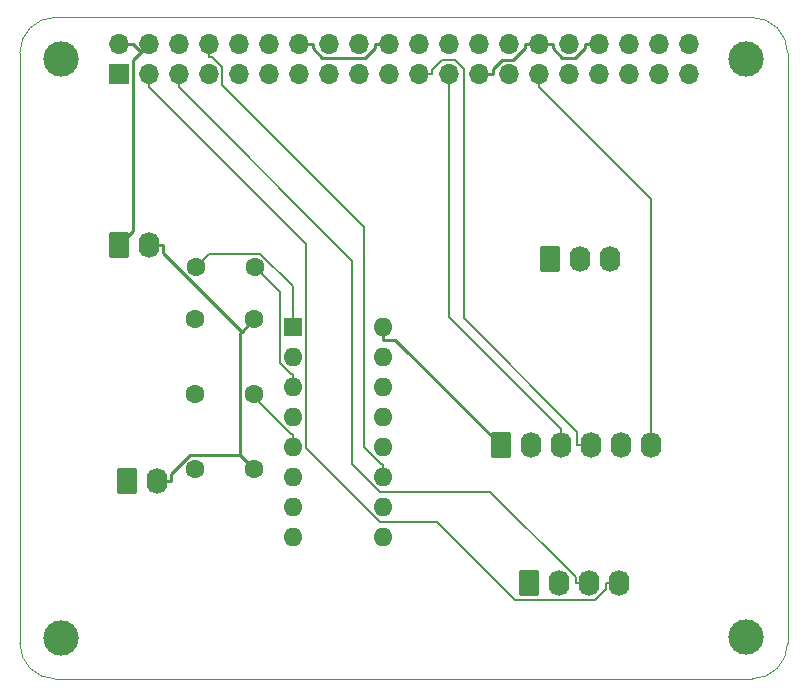
<source format=gbr>
G04 #@! TF.GenerationSoftware,KiCad,Pcbnew,(6.0.7-1)-1*
G04 #@! TF.CreationDate,2023-05-21T11:11:00+10:00*
G04 #@! TF.ProjectId,Pi GPS Serial,50692047-5053-4205-9365-7269616c2e6b,rev?*
G04 #@! TF.SameCoordinates,Original*
G04 #@! TF.FileFunction,Copper,L2,Bot*
G04 #@! TF.FilePolarity,Positive*
%FSLAX46Y46*%
G04 Gerber Fmt 4.6, Leading zero omitted, Abs format (unit mm)*
G04 Created by KiCad (PCBNEW (6.0.7-1)-1) date 2023-05-21 11:11:00*
%MOMM*%
%LPD*%
G01*
G04 APERTURE LIST*
G04 Aperture macros list*
%AMRoundRect*
0 Rectangle with rounded corners*
0 $1 Rounding radius*
0 $2 $3 $4 $5 $6 $7 $8 $9 X,Y pos of 4 corners*
0 Add a 4 corners polygon primitive as box body*
4,1,4,$2,$3,$4,$5,$6,$7,$8,$9,$2,$3,0*
0 Add four circle primitives for the rounded corners*
1,1,$1+$1,$2,$3*
1,1,$1+$1,$4,$5*
1,1,$1+$1,$6,$7*
1,1,$1+$1,$8,$9*
0 Add four rect primitives between the rounded corners*
20,1,$1+$1,$2,$3,$4,$5,0*
20,1,$1+$1,$4,$5,$6,$7,0*
20,1,$1+$1,$6,$7,$8,$9,0*
20,1,$1+$1,$8,$9,$2,$3,0*%
G04 Aperture macros list end*
G04 #@! TA.AperFunction,Profile*
%ADD10C,0.100000*%
G04 #@! TD*
G04 #@! TA.AperFunction,WasherPad*
%ADD11C,3.000000*%
G04 #@! TD*
G04 #@! TA.AperFunction,ComponentPad*
%ADD12C,1.600000*%
G04 #@! TD*
G04 #@! TA.AperFunction,ComponentPad*
%ADD13R,1.600000X1.600000*%
G04 #@! TD*
G04 #@! TA.AperFunction,ComponentPad*
%ADD14O,1.600000X1.600000*%
G04 #@! TD*
G04 #@! TA.AperFunction,ComponentPad*
%ADD15RoundRect,0.250000X-0.620000X-0.850000X0.620000X-0.850000X0.620000X0.850000X-0.620000X0.850000X0*%
G04 #@! TD*
G04 #@! TA.AperFunction,ComponentPad*
%ADD16O,1.740000X2.200000*%
G04 #@! TD*
G04 #@! TA.AperFunction,ComponentPad*
%ADD17RoundRect,0.250000X-0.620000X-0.845000X0.620000X-0.845000X0.620000X0.845000X-0.620000X0.845000X0*%
G04 #@! TD*
G04 #@! TA.AperFunction,ComponentPad*
%ADD18O,1.740000X2.190000*%
G04 #@! TD*
G04 #@! TA.AperFunction,ComponentPad*
%ADD19R,1.700000X1.700000*%
G04 #@! TD*
G04 #@! TA.AperFunction,ComponentPad*
%ADD20O,1.700000X1.700000*%
G04 #@! TD*
G04 #@! TA.AperFunction,Conductor*
%ADD21C,0.250000*%
G04 #@! TD*
G04 #@! TA.AperFunction,Conductor*
%ADD22C,0.150000*%
G04 #@! TD*
G04 APERTURE END LIST*
D10*
X140546356Y-116817556D02*
G75*
G03*
X143546351Y-113822847I44J2999956D01*
G01*
X78546389Y-113817611D02*
G75*
G03*
X81546356Y-116817611I3000011J11D01*
G01*
X143546351Y-113822847D02*
X143546356Y-63817611D01*
X81546356Y-116817611D02*
X140546356Y-116817611D01*
X78546356Y-63817611D02*
X78546356Y-113817611D01*
X140546356Y-60817611D02*
X81546356Y-60817611D01*
X143546389Y-63817611D02*
G75*
G03*
X140546356Y-60817611I-2999989J11D01*
G01*
X81546356Y-60817556D02*
G75*
G03*
X78546356Y-63817611I44J-3000044D01*
G01*
D11*
X82040000Y-64310000D03*
X140040000Y-64330000D03*
X82040000Y-113320000D03*
X140030000Y-113310000D03*
D12*
X93472000Y-81915000D03*
X98472000Y-81915000D03*
D13*
X101671000Y-87014800D03*
D14*
X101671000Y-89554800D03*
X101671000Y-92094800D03*
X101671000Y-94634800D03*
X101671000Y-97174800D03*
X101671000Y-99714800D03*
X101671000Y-102254800D03*
X101671000Y-104794800D03*
X109291000Y-104794800D03*
X109291000Y-102254800D03*
X109291000Y-99714800D03*
X109291000Y-97174800D03*
X109291000Y-94634800D03*
X109291000Y-92094800D03*
X109291000Y-89554800D03*
X109291000Y-87014800D03*
D15*
X87579200Y-100076000D03*
D16*
X90119200Y-100076000D03*
D15*
X86969600Y-80060800D03*
D16*
X89509600Y-80060800D03*
D12*
X93370400Y-92710000D03*
X98370400Y-92710000D03*
D17*
X121666000Y-108732000D03*
D18*
X124206000Y-108732000D03*
X126746000Y-108732000D03*
X129286000Y-108732000D03*
D17*
X123444000Y-81300000D03*
D18*
X125984000Y-81300000D03*
X128524000Y-81300000D03*
D12*
X93385000Y-86360000D03*
X98385000Y-86360000D03*
X93385000Y-99060000D03*
X98385000Y-99060000D03*
D17*
X119253000Y-97048000D03*
D18*
X121793000Y-97048000D03*
X124333000Y-97048000D03*
X126873000Y-97048000D03*
X129413000Y-97048000D03*
X131953000Y-97048000D03*
D19*
X86920000Y-65590000D03*
D20*
X86920000Y-63050000D03*
X89460000Y-65590000D03*
X89460000Y-63050000D03*
X92000000Y-65590000D03*
X92000000Y-63050000D03*
X94540000Y-65590000D03*
X94540000Y-63050000D03*
X97080000Y-65590000D03*
X97080000Y-63050000D03*
X99620000Y-65590000D03*
X99620000Y-63050000D03*
X102160000Y-65590000D03*
X102160000Y-63050000D03*
X104700000Y-65590000D03*
X104700000Y-63050000D03*
X107240000Y-65590000D03*
X107240000Y-63050000D03*
X109780000Y-65590000D03*
X109780000Y-63050000D03*
X112320000Y-65590000D03*
X112320000Y-63050000D03*
X114860000Y-65590000D03*
X114860000Y-63050000D03*
X117400000Y-65590000D03*
X117400000Y-63050000D03*
X119940000Y-65590000D03*
X119940000Y-63050000D03*
X122480000Y-65590000D03*
X122480000Y-63050000D03*
X125020000Y-65590000D03*
X125020000Y-63050000D03*
X127560000Y-65590000D03*
X127560000Y-63050000D03*
X130100000Y-65590000D03*
X130100000Y-63050000D03*
X132640000Y-65590000D03*
X132640000Y-63050000D03*
X135180000Y-65590000D03*
X135180000Y-63050000D03*
D21*
X102160000Y-63050000D02*
X103335300Y-63050000D01*
X122480000Y-63050000D02*
X123655300Y-63050000D01*
X90119200Y-100076000D02*
X91314500Y-100076000D01*
X97324700Y-87420300D02*
X98385000Y-86360000D01*
X97324700Y-87420300D02*
X90704900Y-80800500D01*
X120307400Y-64414700D02*
X119383200Y-64414700D01*
X92916400Y-97876400D02*
X91314500Y-99478300D01*
X119383200Y-64414700D02*
X118575300Y-65222600D01*
X108604700Y-63050000D02*
X108604700Y-63417300D01*
X89509600Y-80060800D02*
X90704900Y-80060800D01*
X103335300Y-63417400D02*
X103335300Y-63050000D01*
X108604700Y-63417300D02*
X107796700Y-64225300D01*
X127560000Y-63050000D02*
X126384700Y-63050000D01*
X97201400Y-97876400D02*
X92916400Y-97876400D01*
X124463200Y-64225300D02*
X123655300Y-63417400D01*
X97201400Y-97876400D02*
X97201400Y-87543600D01*
X126384700Y-63050000D02*
X126384700Y-63417300D01*
X125576700Y-64225300D02*
X124463200Y-64225300D01*
X90704900Y-80800500D02*
X90704900Y-80060800D01*
X98385000Y-99060000D02*
X97201400Y-97876400D01*
X107796700Y-64225300D02*
X104143200Y-64225300D01*
X121304700Y-63050000D02*
X121304700Y-63417400D01*
X122480000Y-63050000D02*
X121304700Y-63050000D01*
X97201400Y-87543600D02*
X97324700Y-87420300D01*
X117400000Y-65590000D02*
X118575300Y-65590000D01*
X123655300Y-63417400D02*
X123655300Y-63050000D01*
X118575300Y-65222600D02*
X118575300Y-65590000D01*
X109780000Y-63050000D02*
X108604700Y-63050000D01*
X126384700Y-63417300D02*
X125576700Y-64225300D01*
X121304700Y-63417400D02*
X120307400Y-64414700D01*
X104143200Y-64225300D02*
X103335300Y-63417400D01*
X91314500Y-99478300D02*
X91314500Y-100076000D01*
X88095400Y-64414600D02*
X88095400Y-78935000D01*
X88095400Y-78935000D02*
X86969600Y-80060800D01*
X88777700Y-63732300D02*
X88095400Y-64414600D01*
X88777700Y-63732300D02*
X88095300Y-63050000D01*
X110345100Y-88140100D02*
X109291000Y-88140100D01*
X89460000Y-63050000D02*
X88777700Y-63732300D01*
X119253000Y-97048000D02*
X110345100Y-88140100D01*
X109291000Y-87014800D02*
X109291000Y-88140100D01*
X86920000Y-63050000D02*
X88095300Y-63050000D01*
D22*
X101536500Y-91019500D02*
X101671000Y-91019500D01*
X98472000Y-81915000D02*
X100595700Y-84038700D01*
X100595700Y-84038700D02*
X100595700Y-90078700D01*
X101671000Y-92094800D02*
X101671000Y-91019500D01*
X100595700Y-90078700D02*
X101536500Y-91019500D01*
X98911000Y-80826800D02*
X94560200Y-80826800D01*
X94560200Y-80826800D02*
X93472000Y-81915000D01*
X101671000Y-83586800D02*
X98911000Y-80826800D01*
X101671000Y-87014800D02*
X101671000Y-83586800D01*
X101671000Y-97174800D02*
X101671000Y-96099500D01*
X101536600Y-96099500D02*
X101671000Y-96099500D01*
X98370400Y-92933300D02*
X101536600Y-96099500D01*
X98370400Y-92710000D02*
X98370400Y-92933300D01*
X102746400Y-97245500D02*
X109025700Y-103524800D01*
X120476900Y-110149400D02*
X127224400Y-110149400D01*
X102746400Y-80001700D02*
X102746400Y-97245500D01*
X129286000Y-108732000D02*
X128140700Y-108732000D01*
X89460000Y-66715300D02*
X102746400Y-80001700D01*
X89460000Y-65590000D02*
X89460000Y-66715300D01*
X109025700Y-103524800D02*
X113852300Y-103524800D01*
X127224400Y-110149400D02*
X128140700Y-109233100D01*
X113852300Y-103524800D02*
X120476900Y-110149400D01*
X128140700Y-109233100D02*
X128140700Y-108732000D01*
X109028900Y-100984800D02*
X118354600Y-100984800D01*
X126746000Y-108732000D02*
X125600700Y-108732000D01*
X125600700Y-108230900D02*
X125600700Y-108732000D01*
X92000000Y-66715300D02*
X106689500Y-81404800D01*
X106689500Y-98645400D02*
X109028900Y-100984800D01*
X106689500Y-81404800D02*
X106689500Y-98645400D01*
X118354600Y-100984800D02*
X125600700Y-108230900D01*
X92000000Y-65590000D02*
X92000000Y-66715300D01*
X113445300Y-65590000D02*
X113445300Y-65308700D01*
X116130000Y-65184000D02*
X116130000Y-86305000D01*
X126873000Y-97048000D02*
X125727700Y-97048000D01*
X113445300Y-65308700D02*
X114289400Y-64464600D01*
X114289400Y-64464600D02*
X115410600Y-64464600D01*
X115410600Y-64464600D02*
X116130000Y-65184000D01*
X116130000Y-86305000D02*
X125727700Y-95902700D01*
X125727700Y-95902700D02*
X125727700Y-97048000D01*
X112320000Y-65590000D02*
X113445300Y-65590000D01*
X124333000Y-95677700D02*
X114860000Y-86204700D01*
X114860000Y-86204700D02*
X114860000Y-65590000D01*
X124333000Y-97048000D02*
X124333000Y-95677700D01*
X122480000Y-66715300D02*
X131953000Y-76188300D01*
X122480000Y-65590000D02*
X122480000Y-66715300D01*
X131953000Y-76188300D02*
X131953000Y-97048000D01*
X109156600Y-98639500D02*
X109291000Y-98639500D01*
X95665300Y-66570400D02*
X107690200Y-78595300D01*
X107690200Y-97173100D02*
X109156600Y-98639500D01*
X95665300Y-65019200D02*
X95665300Y-66570400D01*
X94540000Y-63050000D02*
X94540000Y-64175300D01*
X94821400Y-64175300D02*
X95665300Y-65019200D01*
X94540000Y-64175300D02*
X94821400Y-64175300D01*
X107690200Y-78595300D02*
X107690200Y-97173100D01*
X109291000Y-99714800D02*
X109291000Y-98639500D01*
M02*

</source>
